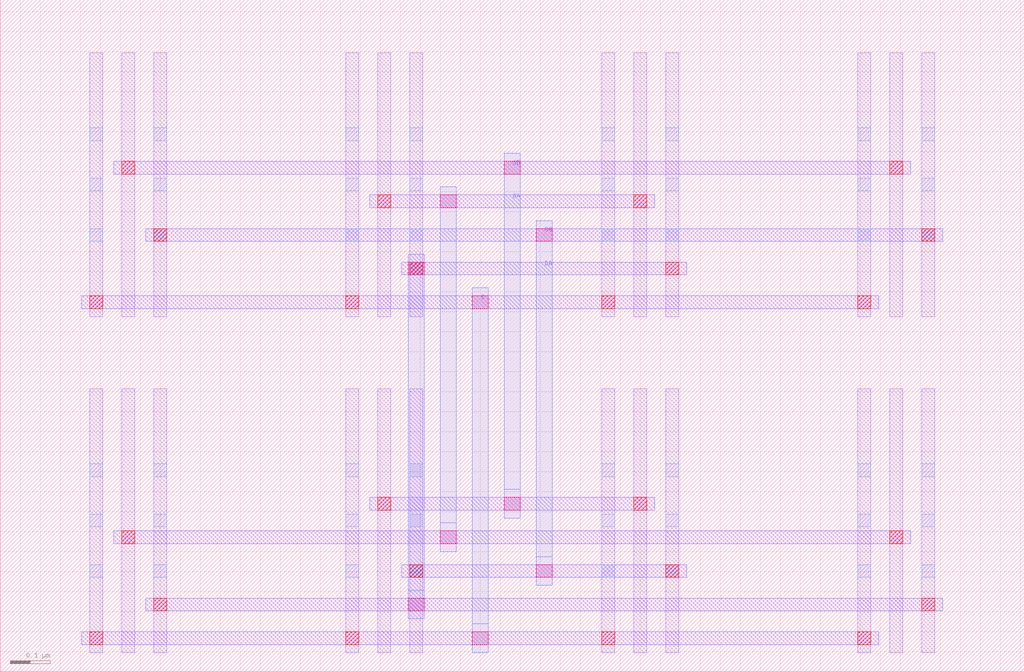
<source format=lef>
MACRO test
  ORIGIN 0 0 ;
  FOREIGN test 0 0 ;
  SIZE 2.5600 BY 1.6800 ;
  PIN S
    DIRECTION INOUT ;
    USE SIGNAL ;
    PORT
      LAYER M2 ;
        RECT 0.2040 0.0680 2.1960 0.1000 ;
      LAYER M2 ;
        RECT 0.2040 0.9080 2.1960 0.9400 ;
    END
  END S
  PIN DA
    DIRECTION INOUT ;
    USE SIGNAL ;
    PORT
      LAYER M2 ;
        RECT 0.3640 0.1520 2.3560 0.1840 ;
      LAYER M2 ;
        RECT 1.0040 0.9920 1.7160 1.0240 ;
    END
  END DA
  PIN DB
    DIRECTION INOUT ;
    USE SIGNAL ;
    PORT
      LAYER M2 ;
        RECT 1.0040 0.2360 1.7160 0.2680 ;
      LAYER M2 ;
        RECT 0.3640 1.0760 2.3560 1.1080 ;
    END
  END DB
  PIN GA
    DIRECTION INOUT ;
    USE SIGNAL ;
    PORT
      LAYER M2 ;
        RECT 0.2840 0.3200 2.2760 0.3520 ;
      LAYER M2 ;
        RECT 0.9240 1.1600 1.6360 1.1920 ;
    END
  END GA
  PIN GB
    DIRECTION INOUT ;
    USE SIGNAL ;
    PORT
      LAYER M2 ;
        RECT 0.9240 0.4040 1.6360 0.4360 ;
      LAYER M2 ;
        RECT 0.2840 1.2440 2.2760 1.2760 ;
    END
  END GB
  OBS
    LAYER M1 ;
      RECT 0.3040 0.0480 0.3360 0.7080 ;
    LAYER M1 ;
      RECT 2.2240 0.0480 2.2560 0.7080 ;
    LAYER M1 ;
      RECT 0.9440 0.0480 0.9760 0.7080 ;
    LAYER M1 ;
      RECT 1.5840 0.0480 1.6160 0.7080 ;
    LAYER M1 ;
      RECT 0.2240 0.0480 0.2560 0.7080 ;
    LAYER V0 ;
      RECT 0.2240 0.2360 0.2560 0.2680 ;
    LAYER V0 ;
      RECT 0.2240 0.3620 0.2560 0.3940 ;
    LAYER V0 ;
      RECT 0.2240 0.4880 0.2560 0.5200 ;
    LAYER M1 ;
      RECT 2.1440 0.0480 2.1760 0.7080 ;
    LAYER V0 ;
      RECT 2.1440 0.2360 2.1760 0.2680 ;
    LAYER V0 ;
      RECT 2.1440 0.3620 2.1760 0.3940 ;
    LAYER V0 ;
      RECT 2.1440 0.4880 2.1760 0.5200 ;
    LAYER M1 ;
      RECT 0.8640 0.0480 0.8960 0.7080 ;
    LAYER V0 ;
      RECT 0.8640 0.2360 0.8960 0.2680 ;
    LAYER V0 ;
      RECT 0.8640 0.3620 0.8960 0.3940 ;
    LAYER V0 ;
      RECT 0.8640 0.4880 0.8960 0.5200 ;
    LAYER M1 ;
      RECT 1.5040 0.0480 1.5360 0.7080 ;
    LAYER V0 ;
      RECT 1.5040 0.2360 1.5360 0.2680 ;
    LAYER V0 ;
      RECT 1.5040 0.3620 1.5360 0.3940 ;
    LAYER V0 ;
      RECT 1.5040 0.4880 1.5360 0.5200 ;
    LAYER M1 ;
      RECT 0.3840 0.0480 0.4160 0.7080 ;
    LAYER V0 ;
      RECT 0.3840 0.2360 0.4160 0.2680 ;
    LAYER V0 ;
      RECT 0.3840 0.3620 0.4160 0.3940 ;
    LAYER V0 ;
      RECT 0.3840 0.4880 0.4160 0.5200 ;
    LAYER M1 ;
      RECT 2.3040 0.0480 2.3360 0.7080 ;
    LAYER V0 ;
      RECT 2.3040 0.2360 2.3360 0.2680 ;
    LAYER V0 ;
      RECT 2.3040 0.3620 2.3360 0.3940 ;
    LAYER V0 ;
      RECT 2.3040 0.4880 2.3360 0.5200 ;
    LAYER M1 ;
      RECT 1.0240 0.0480 1.0560 0.7080 ;
    LAYER V0 ;
      RECT 1.0240 0.2360 1.0560 0.2680 ;
    LAYER V0 ;
      RECT 1.0240 0.3620 1.0560 0.3940 ;
    LAYER V0 ;
      RECT 1.0240 0.4880 1.0560 0.5200 ;
    LAYER M1 ;
      RECT 1.6640 0.0480 1.6960 0.7080 ;
    LAYER V0 ;
      RECT 1.6640 0.2360 1.6960 0.2680 ;
    LAYER V0 ;
      RECT 1.6640 0.3620 1.6960 0.3940 ;
    LAYER V0 ;
      RECT 1.6640 0.4880 1.6960 0.5200 ;
    LAYER M3 ;
      RECT 1.1800 0.0480 1.2200 0.1200 ;
    LAYER V2 ;
      RECT 1.1800 0.0680 1.2200 0.1000 ;
    LAYER V2 ;
      RECT 1.1800 0.0680 1.2200 0.1000 ;
    LAYER V1 ;
      RECT 0.2240 0.0680 0.2560 0.1000 ;
    LAYER V1 ;
      RECT 2.1440 0.0680 2.1760 0.1000 ;
    LAYER V1 ;
      RECT 0.8640 0.0680 0.8960 0.1000 ;
    LAYER V1 ;
      RECT 1.5040 0.0680 1.5360 0.1000 ;
    LAYER M3 ;
      RECT 1.0200 0.1320 1.0600 0.2040 ;
    LAYER V2 ;
      RECT 1.0200 0.1520 1.0600 0.1840 ;
    LAYER V2 ;
      RECT 1.0200 0.1520 1.0600 0.1840 ;
    LAYER V1 ;
      RECT 0.3840 0.1520 0.4160 0.1840 ;
    LAYER V1 ;
      RECT 2.3040 0.1520 2.3360 0.1840 ;
    LAYER M3 ;
      RECT 1.3400 0.2160 1.3800 0.2880 ;
    LAYER V2 ;
      RECT 1.3400 0.2360 1.3800 0.2680 ;
    LAYER V2 ;
      RECT 1.3400 0.2360 1.3800 0.2680 ;
    LAYER V1 ;
      RECT 1.0240 0.2360 1.0560 0.2680 ;
    LAYER V1 ;
      RECT 1.6640 0.2360 1.6960 0.2680 ;
    LAYER M3 ;
      RECT 1.1000 0.3000 1.1400 0.3720 ;
    LAYER V2 ;
      RECT 1.1000 0.3200 1.1400 0.3520 ;
    LAYER V2 ;
      RECT 1.1000 0.3200 1.1400 0.3520 ;
    LAYER V1 ;
      RECT 0.3040 0.3200 0.3360 0.3520 ;
    LAYER V1 ;
      RECT 2.2240 0.3200 2.2560 0.3520 ;
    LAYER M3 ;
      RECT 1.2600 0.3840 1.3000 0.4560 ;
    LAYER V2 ;
      RECT 1.2600 0.4040 1.3000 0.4360 ;
    LAYER V2 ;
      RECT 1.2600 0.4040 1.3000 0.4360 ;
    LAYER V1 ;
      RECT 0.9440 0.4040 0.9760 0.4360 ;
    LAYER V1 ;
      RECT 1.5840 0.4040 1.6160 0.4360 ;
    LAYER M1 ;
      RECT 0.3040 0.8880 0.3360 1.5480 ;
    LAYER M1 ;
      RECT 2.2240 0.8880 2.2560 1.5480 ;
    LAYER M1 ;
      RECT 0.9440 0.8880 0.9760 1.5480 ;
    LAYER M1 ;
      RECT 1.5840 0.8880 1.6160 1.5480 ;
    LAYER M1 ;
      RECT 0.2240 0.8880 0.2560 1.5480 ;
    LAYER V0 ;
      RECT 0.2240 1.0760 0.2560 1.1080 ;
    LAYER V0 ;
      RECT 0.2240 1.2020 0.2560 1.2340 ;
    LAYER V0 ;
      RECT 0.2240 1.3280 0.2560 1.3600 ;
    LAYER M1 ;
      RECT 2.1440 0.8880 2.1760 1.5480 ;
    LAYER V0 ;
      RECT 2.1440 1.0760 2.1760 1.1080 ;
    LAYER V0 ;
      RECT 2.1440 1.2020 2.1760 1.2340 ;
    LAYER V0 ;
      RECT 2.1440 1.3280 2.1760 1.3600 ;
    LAYER M1 ;
      RECT 0.8640 0.8880 0.8960 1.5480 ;
    LAYER V0 ;
      RECT 0.8640 1.0760 0.8960 1.1080 ;
    LAYER V0 ;
      RECT 0.8640 1.2020 0.8960 1.2340 ;
    LAYER V0 ;
      RECT 0.8640 1.3280 0.8960 1.3600 ;
    LAYER M1 ;
      RECT 1.5040 0.8880 1.5360 1.5480 ;
    LAYER V0 ;
      RECT 1.5040 1.0760 1.5360 1.1080 ;
    LAYER V0 ;
      RECT 1.5040 1.2020 1.5360 1.2340 ;
    LAYER V0 ;
      RECT 1.5040 1.3280 1.5360 1.3600 ;
    LAYER M1 ;
      RECT 0.3840 0.8880 0.4160 1.5480 ;
    LAYER V0 ;
      RECT 0.3840 1.0760 0.4160 1.1080 ;
    LAYER V0 ;
      RECT 0.3840 1.2020 0.4160 1.2340 ;
    LAYER V0 ;
      RECT 0.3840 1.3280 0.4160 1.3600 ;
    LAYER M1 ;
      RECT 2.3040 0.8880 2.3360 1.5480 ;
    LAYER V0 ;
      RECT 2.3040 1.0760 2.3360 1.1080 ;
    LAYER V0 ;
      RECT 2.3040 1.2020 2.3360 1.2340 ;
    LAYER V0 ;
      RECT 2.3040 1.3280 2.3360 1.3600 ;
    LAYER M1 ;
      RECT 1.0240 0.8880 1.0560 1.5480 ;
    LAYER V0 ;
      RECT 1.0240 1.0760 1.0560 1.1080 ;
    LAYER V0 ;
      RECT 1.0240 1.2020 1.0560 1.2340 ;
    LAYER V0 ;
      RECT 1.0240 1.3280 1.0560 1.3600 ;
    LAYER M1 ;
      RECT 1.6640 0.8880 1.6960 1.5480 ;
    LAYER V0 ;
      RECT 1.6640 1.0760 1.6960 1.1080 ;
    LAYER V0 ;
      RECT 1.6640 1.2020 1.6960 1.2340 ;
    LAYER V0 ;
      RECT 1.6640 1.3280 1.6960 1.3600 ;
    LAYER M3 ;
      RECT 1.1800 0.0480 1.2200 0.9600 ;
    LAYER V2 ;
      RECT 1.1800 0.0680 1.2200 0.1000 ;
    LAYER V2 ;
      RECT 1.1800 0.9080 1.2200 0.9400 ;
    LAYER V1 ;
      RECT 0.2240 0.9080 0.2560 0.9400 ;
    LAYER V1 ;
      RECT 2.1440 0.9080 2.1760 0.9400 ;
    LAYER V1 ;
      RECT 0.8640 0.9080 0.8960 0.9400 ;
    LAYER V1 ;
      RECT 1.5040 0.9080 1.5360 0.9400 ;
    LAYER M3 ;
      RECT 1.0200 0.1320 1.0600 1.0440 ;
    LAYER V2 ;
      RECT 1.0200 0.1520 1.0600 0.1840 ;
    LAYER V2 ;
      RECT 1.0200 0.9920 1.0600 1.0240 ;
    LAYER V1 ;
      RECT 1.0240 0.9920 1.0560 1.0240 ;
    LAYER V1 ;
      RECT 1.6640 0.9920 1.6960 1.0240 ;
    LAYER M3 ;
      RECT 1.3400 0.2160 1.3800 1.1280 ;
    LAYER V2 ;
      RECT 1.3400 0.2360 1.3800 0.2680 ;
    LAYER V2 ;
      RECT 1.3400 1.0760 1.3800 1.1080 ;
    LAYER V1 ;
      RECT 0.3840 1.0760 0.4160 1.1080 ;
    LAYER V1 ;
      RECT 2.3040 1.0760 2.3360 1.1080 ;
    LAYER M3 ;
      RECT 1.1000 0.3000 1.1400 1.2120 ;
    LAYER V2 ;
      RECT 1.1000 0.3200 1.1400 0.3520 ;
    LAYER V2 ;
      RECT 1.1000 1.1600 1.1400 1.1920 ;
    LAYER V1 ;
      RECT 0.9440 1.1600 0.9760 1.1920 ;
    LAYER V1 ;
      RECT 1.5840 1.1600 1.6160 1.1920 ;
    LAYER M3 ;
      RECT 1.2600 0.3840 1.3000 1.2960 ;
    LAYER V2 ;
      RECT 1.2600 0.4040 1.3000 0.4360 ;
    LAYER V2 ;
      RECT 1.2600 1.2440 1.3000 1.2760 ;
    LAYER V1 ;
      RECT 0.3040 1.2440 0.3360 1.2760 ;
    LAYER V1 ;
      RECT 2.2240 1.2440 2.2560 1.2760 ;
  END
END test

</source>
